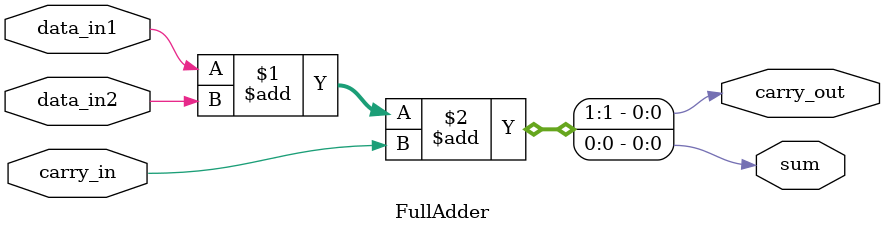
<source format=v>
module FullAdder(
input  wire data_in1, data_in2,
input  wire carry_in,
output wire sum,
output wire carry_out
);

assign {carry_out, sum} = data_in1 + data_in2 + carry_in;

endmodule

</source>
